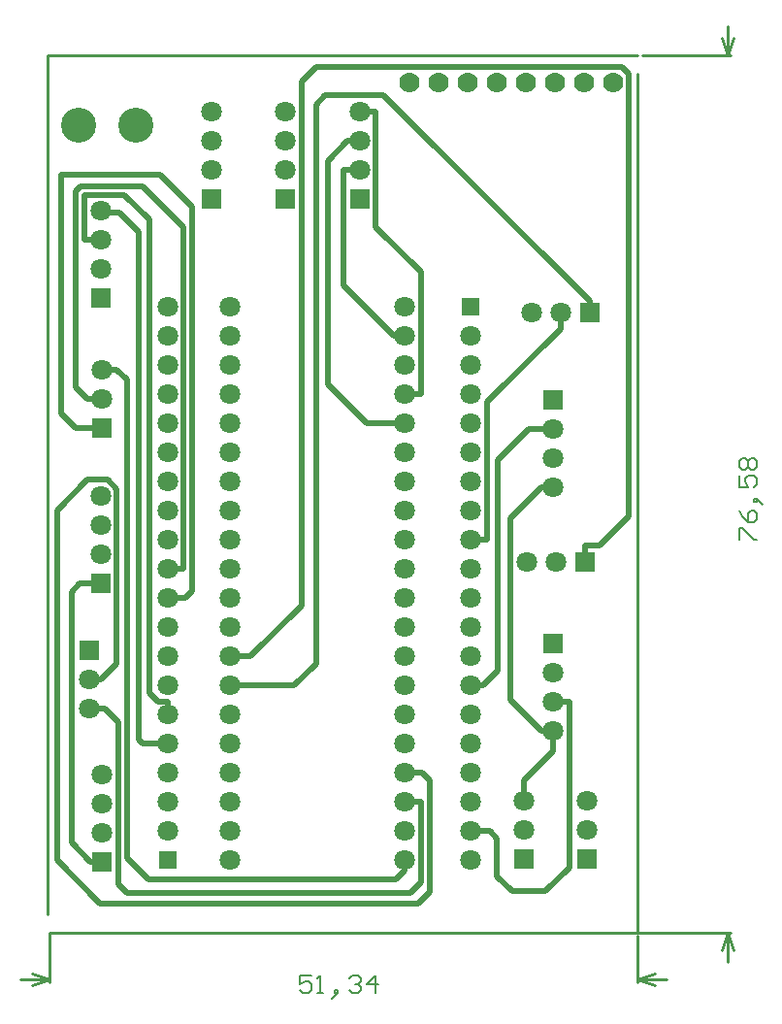
<source format=gtl>
G04*
G04 #@! TF.GenerationSoftware,Altium Limited,Altium Designer,19.0.15 (446)*
G04*
G04 Layer_Physical_Order=1*
G04 Layer_Color=255*
%FSLAX44Y44*%
%MOMM*%
G71*
G01*
G75*
%ADD11C,0.2540*%
%ADD15C,0.1524*%
%ADD16C,0.5000*%
%ADD17R,1.8000X1.8000*%
%ADD18C,1.8000*%
%ADD19C,3.0480*%
%ADD20C,1.7780*%
%ADD21R,1.8000X1.8000*%
%ADD22R,1.5000X1.5000*%
D11*
X789620Y450850D02*
X1303020D01*
Y1200150D01*
X788350Y467360D02*
Y1216660D01*
X1303020D01*
Y410210D02*
X1318260Y415290D01*
X1303020Y410210D02*
X1318260Y405130D01*
X774380D02*
X789620Y410210D01*
X774380Y415290D02*
X789620Y410210D01*
X1303020D02*
X1328420D01*
X764220D02*
X789620D01*
Y407670D02*
Y450850D01*
X1303020Y407670D02*
Y448310D01*
X1381760Y450850D02*
X1386840Y435610D01*
X1376680D02*
X1381760Y450850D01*
X1376680Y1231900D02*
X1381760Y1216660D01*
X1386840Y1231900D01*
X1381760Y425450D02*
Y450850D01*
Y1216660D02*
Y1242060D01*
X1306830Y1216660D02*
X1384300D01*
X1303020Y450850D02*
X1384300D01*
D15*
X1018134Y413764D02*
X1007977D01*
Y406147D01*
X1013055Y408686D01*
X1015595D01*
X1018134Y406147D01*
Y401068D01*
X1015595Y398529D01*
X1010516D01*
X1007977Y401068D01*
X1023212Y398529D02*
X1028290D01*
X1025751D01*
Y413764D01*
X1023212Y411225D01*
X1038447Y395990D02*
X1040986Y398529D01*
Y401068D01*
X1038447D01*
Y398529D01*
X1040986D01*
X1038447Y395990D01*
X1035908Y393451D01*
X1051143Y411225D02*
X1053682Y413764D01*
X1058761D01*
X1061300Y411225D01*
Y408686D01*
X1058761Y406147D01*
X1056221D01*
X1058761D01*
X1061300Y403608D01*
Y401068D01*
X1058761Y398529D01*
X1053682D01*
X1051143Y401068D01*
X1073996Y398529D02*
Y413764D01*
X1066378Y406147D01*
X1076535D01*
X1391925Y793750D02*
Y803907D01*
X1394464D01*
X1404621Y793750D01*
X1407160D01*
X1391925Y819142D02*
X1394464Y814063D01*
X1399543Y808985D01*
X1404621D01*
X1407160Y811524D01*
Y816603D01*
X1404621Y819142D01*
X1402082D01*
X1399543Y816603D01*
Y808985D01*
X1409699Y826759D02*
X1407160Y829298D01*
X1404621D01*
Y826759D01*
X1407160D01*
Y829298D01*
X1409699Y826759D01*
X1412238Y824220D01*
X1391925Y849612D02*
Y839455D01*
X1399543D01*
X1397003Y844534D01*
Y847073D01*
X1399543Y849612D01*
X1404621D01*
X1407160Y847073D01*
Y841994D01*
X1404621Y839455D01*
X1394464Y854690D02*
X1391925Y857230D01*
Y862308D01*
X1394464Y864847D01*
X1397003D01*
X1399543Y862308D01*
X1402082Y864847D01*
X1404621D01*
X1407160Y862308D01*
Y857230D01*
X1404621Y854690D01*
X1402082D01*
X1399543Y857230D01*
X1397003Y854690D01*
X1394464D01*
X1399543Y857230D02*
Y862308D01*
D16*
X871484Y1102350D02*
X907034Y1066800D01*
X817227Y1102350D02*
X871484D01*
X812810Y1097933D02*
X817227Y1102350D01*
X812810Y927100D02*
Y1097933D01*
X886371Y1112520D02*
X914654Y1084237D01*
X800100Y1112520D02*
X886371D01*
X800100Y904240D02*
Y1112520D01*
Y904240D02*
X812800Y891540D01*
X884936Y652526D02*
X892810D01*
X855376Y1094810D02*
X877062Y1073124D01*
X820350Y1094810D02*
X855376D01*
X834390Y1079045D02*
X850900D01*
X867410Y1062535D01*
X867410Y619671D01*
X871131Y615950D01*
X808990Y748284D02*
X816356Y755650D01*
X808990Y529590D02*
Y748284D01*
Y529590D02*
X825500Y513080D01*
X796290Y819404D02*
X822960Y846074D01*
X796290Y514096D02*
Y819404D01*
Y514096D02*
X833882Y476504D01*
X907034Y768350D02*
Y1066800D01*
X892810Y768350D02*
X907034D01*
X877062Y660400D02*
Y1073124D01*
X857240Y516392D02*
Y933450D01*
X848614Y685800D02*
Y838200D01*
X848350Y942340D02*
X857240Y933450D01*
X840740Y846074D02*
X848614Y838200D01*
X834644Y671830D02*
X848614Y685800D01*
X822960Y846074D02*
X840740D01*
X820350Y1055370D02*
Y1094810D01*
Y1055370D02*
X834390D01*
X1022350Y1173480D02*
X1030224Y1181354D01*
X1022350Y685800D02*
Y1173480D01*
X1003300Y666750D02*
X1022350Y685800D01*
X1032510Y1124204D02*
X1050196Y1141890D01*
X1032510Y929640D02*
Y1124204D01*
Y929640D02*
X1066800Y895350D01*
X1229360Y609600D02*
Y627380D01*
X1203960Y584200D02*
X1229360Y609600D01*
X1203960Y566420D02*
Y584200D01*
X1046226Y1116490D02*
X1060450D01*
X1046226Y1016000D02*
Y1116490D01*
Y1016000D02*
X1090676Y971550D01*
X1099820D01*
X1218946Y839470D02*
X1229360D01*
X1192276Y812800D02*
X1218946Y839470D01*
X1192276Y654304D02*
Y812800D01*
Y654304D02*
X1219200Y627380D01*
X1229360D01*
X1207770Y890270D02*
X1229360D01*
X1181100Y863600D02*
X1207770Y890270D01*
X1181100Y679450D02*
Y863600D01*
X1168400Y666750D02*
X1181100Y679450D01*
X1156970Y666750D02*
X1168400D01*
X1235710Y977900D02*
Y991870D01*
X1171702Y913892D02*
X1235710Y977900D01*
X1171702Y793750D02*
Y913892D01*
X1156970Y793750D02*
X1171702D01*
X1066800Y895350D02*
X1099820D01*
X1050196Y1141890D02*
X1060450D01*
Y1167290D02*
X1074674D01*
Y1066800D02*
Y1167290D01*
Y1066800D02*
X1114044Y1027430D01*
Y920750D02*
Y1027430D01*
X1099820Y920750D02*
X1114044D01*
X835660Y942340D02*
X848350D01*
X857240Y516392D02*
X876300Y497332D01*
X1092200D01*
X1099820Y504952D01*
Y514350D01*
X1229360Y652780D02*
X1243584D01*
Y508000D02*
Y652780D01*
X1222756Y487172D02*
X1243584Y508000D01*
X1193800Y487172D02*
X1222756D01*
X1180592Y500380D02*
X1193800Y487172D01*
X1180592Y500380D02*
Y533400D01*
X1174242Y539750D02*
X1180592Y533400D01*
X1156970Y539750D02*
X1174242D01*
X824230Y646430D02*
X838270D01*
X849700Y635000D01*
Y493452D02*
Y635000D01*
Y493452D02*
X857250Y485902D01*
X1104900D01*
X1114044Y495046D01*
Y565150D01*
X1099820D02*
X1114044D01*
X1099820Y590550D02*
X1115314D01*
X1121664Y584200D01*
Y486918D02*
Y584200D01*
X1111250Y476504D02*
X1121664Y486918D01*
X833882Y476504D02*
X1111250D01*
X824230Y671830D02*
X834644D01*
X825500Y513080D02*
X835660D01*
X816356Y755650D02*
X834390D01*
X812810Y927100D02*
X822970Y916940D01*
X835660D01*
X892810Y742950D02*
X908304D01*
X914654Y749300D01*
Y1084237D01*
X812800Y891540D02*
X835660D01*
X1257300Y774700D02*
Y788416D01*
X1270000D01*
X1295400Y813816D01*
Y1200150D01*
X1289050Y1206500D02*
X1295400Y1200150D01*
X1022420Y1206500D02*
X1289050D01*
X1009720Y1193800D02*
X1022420Y1206500D01*
X1009720Y736600D02*
Y1193800D01*
X965270Y692150D02*
X1009720Y736600D01*
X947420Y692150D02*
X965270D01*
X947420Y666750D02*
X1003300D01*
X1030224Y1181354D02*
X1081532D01*
X1261110Y1001776D01*
Y991870D02*
Y1001776D01*
X892810Y641350D02*
Y652526D01*
X877062Y660400D02*
X884936Y652526D01*
X871131Y615950D02*
X892810D01*
X834390Y1079045D02*
Y1080770D01*
D17*
X1203960Y515620D02*
D03*
X1258570D02*
D03*
X930910Y1091090D02*
D03*
X1060450D02*
D03*
X834390Y1004570D02*
D03*
X995680Y1091090D02*
D03*
X824230Y697230D02*
D03*
X1229360Y915670D02*
D03*
Y703580D02*
D03*
X834390Y755650D02*
D03*
X835660Y513080D02*
D03*
Y891540D02*
D03*
D18*
X1203960Y566420D02*
D03*
Y541020D02*
D03*
X1258570Y566420D02*
D03*
Y541020D02*
D03*
X930910Y1167290D02*
D03*
Y1141890D02*
D03*
Y1116490D02*
D03*
X1060450Y1167290D02*
D03*
Y1141890D02*
D03*
Y1116490D02*
D03*
X834390Y1080770D02*
D03*
Y1055370D02*
D03*
Y1029970D02*
D03*
X995680Y1167290D02*
D03*
Y1141890D02*
D03*
Y1116490D02*
D03*
X1235710Y991870D02*
D03*
X1210310D02*
D03*
X824230Y671830D02*
D03*
Y646430D02*
D03*
X1229360Y839470D02*
D03*
Y864870D02*
D03*
Y890270D02*
D03*
X1231900Y774700D02*
D03*
X1206500D02*
D03*
X1229360Y627380D02*
D03*
Y652780D02*
D03*
Y678180D02*
D03*
X834390Y831850D02*
D03*
Y806450D02*
D03*
Y781050D02*
D03*
X835660Y589280D02*
D03*
Y563880D02*
D03*
Y538480D02*
D03*
Y916940D02*
D03*
Y942340D02*
D03*
X1156970Y971550D02*
D03*
Y946150D02*
D03*
Y920750D02*
D03*
Y895350D02*
D03*
Y869950D02*
D03*
Y844550D02*
D03*
Y819150D02*
D03*
Y793750D02*
D03*
Y768350D02*
D03*
Y742950D02*
D03*
Y717550D02*
D03*
Y692150D02*
D03*
Y666750D02*
D03*
Y641350D02*
D03*
Y615950D02*
D03*
Y590550D02*
D03*
Y565150D02*
D03*
Y539750D02*
D03*
Y514350D02*
D03*
X947420Y996950D02*
D03*
Y971550D02*
D03*
Y946150D02*
D03*
Y920750D02*
D03*
Y895350D02*
D03*
Y869950D02*
D03*
Y844550D02*
D03*
Y819150D02*
D03*
Y793750D02*
D03*
Y768350D02*
D03*
Y742950D02*
D03*
Y717550D02*
D03*
Y692150D02*
D03*
Y666750D02*
D03*
Y641350D02*
D03*
Y615950D02*
D03*
Y590550D02*
D03*
Y565150D02*
D03*
Y539750D02*
D03*
Y514350D02*
D03*
X1099820Y996950D02*
D03*
Y971550D02*
D03*
Y946150D02*
D03*
Y920750D02*
D03*
Y895350D02*
D03*
Y869950D02*
D03*
Y844550D02*
D03*
Y819150D02*
D03*
Y793750D02*
D03*
Y768350D02*
D03*
Y742950D02*
D03*
Y717550D02*
D03*
Y692150D02*
D03*
Y666750D02*
D03*
Y641350D02*
D03*
Y615950D02*
D03*
Y590550D02*
D03*
Y565150D02*
D03*
Y539750D02*
D03*
Y514350D02*
D03*
X892810Y539750D02*
D03*
Y565150D02*
D03*
Y590550D02*
D03*
Y615950D02*
D03*
Y641350D02*
D03*
Y666750D02*
D03*
Y692150D02*
D03*
Y717550D02*
D03*
Y742950D02*
D03*
Y768350D02*
D03*
Y793750D02*
D03*
Y819150D02*
D03*
Y844550D02*
D03*
Y869950D02*
D03*
Y895350D02*
D03*
Y920750D02*
D03*
Y946150D02*
D03*
Y971550D02*
D03*
Y996950D02*
D03*
D19*
X865340Y1155700D02*
D03*
X815340D02*
D03*
D20*
X1205230Y1192530D02*
D03*
X1179830D02*
D03*
X1230630D02*
D03*
X1256030D02*
D03*
X1281430D02*
D03*
X1154430D02*
D03*
X1129030D02*
D03*
X1103630D02*
D03*
D21*
X1261110Y991870D02*
D03*
X1257300Y774700D02*
D03*
D22*
X1156970Y996950D02*
D03*
X892810Y514350D02*
D03*
M02*

</source>
